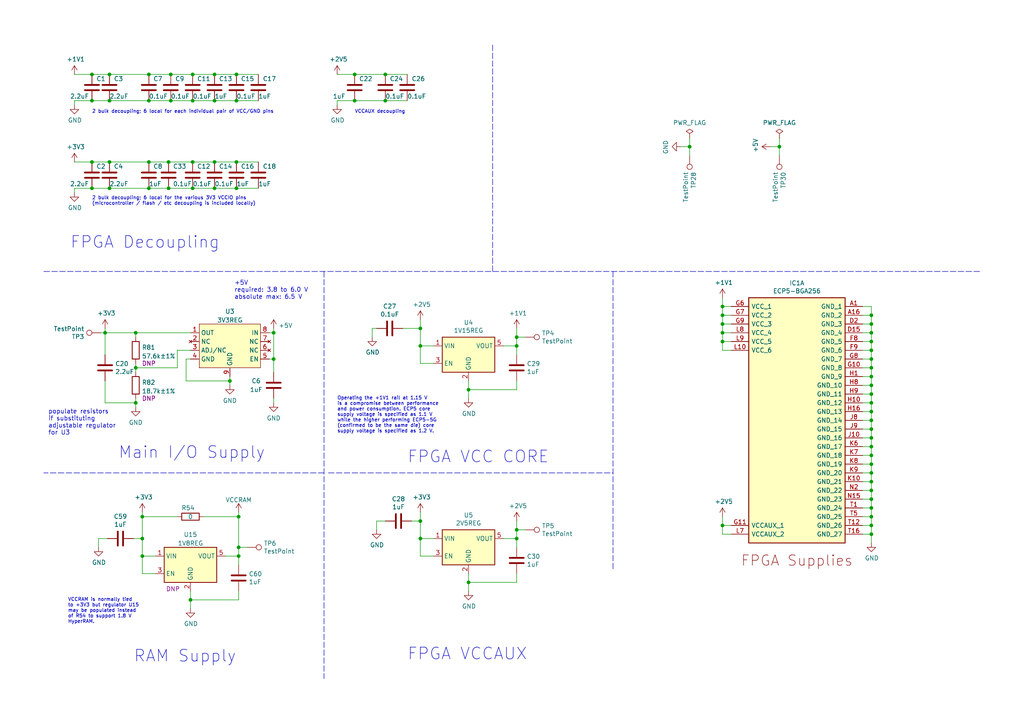
<source format=kicad_sch>
(kicad_sch (version 20211123) (generator eeschema)
  (paper "A4")
  (title_block (title "Cynthion") (date "${DATE}") (rev "${VERSION}") (company "Copyright 2019-2023 Great Scott Gadgets") (comment 1 "Licensed under the CERN-OHL-P v2"))
  (junction (at 68.58 29.21))
  (junction (at 39.37 96.52))
  (junction (at 252.73 114.3))
  (junction (at 209.55 96.52))
  (junction (at 226.06 42.545))
  (junction (at 252.73 154.94))
  (junction (at 68.58 21.59))
  (junction (at 62.23 21.59))
  (junction (at 69.215 158.75))
  (junction (at 252.73 147.32))
  (junction (at 209.55 99.06))
  (junction (at 252.73 106.68))
  (junction (at 252.73 139.7))
  (junction (at 26.67 21.59))
  (junction (at 62.23 54.61))
  (junction (at 252.73 124.46))
  (junction (at 209.55 152.4))
  (junction (at 26.67 54.61))
  (junction (at 209.55 88.9))
  (junction (at 43.18 21.59))
  (junction (at 252.73 142.24))
  (junction (at 31.75 29.21))
  (junction (at 49.53 29.21))
  (junction (at 252.73 129.54))
  (junction (at 69.215 149.86))
  (junction (at 26.67 46.99))
  (junction (at 252.73 104.14))
  (junction (at 252.73 132.08))
  (junction (at 252.73 91.44))
  (junction (at 55.88 54.61))
  (junction (at 41.275 156.21))
  (junction (at 135.89 113.03))
  (junction (at 252.73 144.78))
  (junction (at 121.92 100.33))
  (junction (at 41.275 161.29))
  (junction (at 55.88 21.59))
  (junction (at 43.18 54.61))
  (junction (at 48.895 46.99))
  (junction (at 209.55 93.98))
  (junction (at 48.895 54.61))
  (junction (at 68.58 46.99))
  (junction (at 252.73 96.52))
  (junction (at 149.86 156.21))
  (junction (at 252.73 137.16))
  (junction (at 43.18 46.99))
  (junction (at 121.92 151.13))
  (junction (at 49.53 21.59))
  (junction (at 55.88 29.21))
  (junction (at 252.73 99.06))
  (junction (at 252.73 116.84))
  (junction (at 252.73 119.38))
  (junction (at 252.73 149.86))
  (junction (at 55.245 173.99))
  (junction (at 121.92 95.25))
  (junction (at 55.88 46.99))
  (junction (at 31.75 46.99))
  (junction (at 66.675 110.49))
  (junction (at 68.58 54.61))
  (junction (at 41.275 149.86))
  (junction (at 149.86 97.79))
  (junction (at 30.48 96.52))
  (junction (at 252.73 127))
  (junction (at 252.73 152.4))
  (junction (at 252.73 111.76))
  (junction (at 149.86 153.67))
  (junction (at 111.76 29.21))
  (junction (at 79.375 104.14))
  (junction (at 39.37 106.68))
  (junction (at 62.23 46.99))
  (junction (at 149.86 100.33))
  (junction (at 111.76 21.59))
  (junction (at 252.73 121.92))
  (junction (at 69.215 161.29))
  (junction (at 26.67 29.21))
  (junction (at 102.87 21.59))
  (junction (at 200.025 42.545))
  (junction (at 79.375 96.52))
  (junction (at 43.18 29.21))
  (junction (at 252.73 109.22))
  (junction (at 102.87 29.21))
  (junction (at 252.73 93.98))
  (junction (at 39.37 116.84))
  (junction (at 252.73 101.6))
  (junction (at 252.73 134.62))
  (junction (at 121.92 156.21))
  (junction (at 62.23 29.21))
  (junction (at 31.75 54.61))
  (junction (at 31.75 21.59))
  (junction (at 135.89 168.91))
  (junction (at 209.55 91.44))
  (wire (pts (xy 38.735 156.21) (xy 41.275 156.21)))
  (wire (pts (xy 250.19 127) (xy 252.73 127)))
  (wire (pts (xy 149.86 97.79) (xy 152.4 97.79)))
  (wire (pts (xy 55.245 104.14) (xy 53.975 104.14)))
  (wire (pts (xy 250.19 137.16) (xy 252.73 137.16)))
  (wire (pts (xy 53.975 110.49) (xy 66.675 110.49)))
  (wire (pts (xy 45.085 161.29) (xy 41.275 161.29)))
  (wire (pts (xy 30.48 96.52) (xy 30.48 102.87)))
  (wire (pts (xy 121.92 156.21) (xy 121.92 161.29)))
  (wire (pts (xy 209.55 101.6) (xy 212.09 101.6)))
  (wire (pts (xy 68.58 29.21) (xy 62.23 29.21)))
  (wire (pts (xy 43.18 46.99) (xy 48.895 46.99)))
  (wire (pts (xy 209.55 91.44) (xy 209.55 93.98)))
  (wire (pts (xy 252.73 119.38) (xy 252.73 121.92)))
  (wire (pts (xy 212.09 96.52) (xy 209.55 96.52)))
  (wire (pts (xy 209.55 99.06) (xy 209.55 101.6)))
  (wire (pts (xy 39.37 116.84) (xy 39.37 118.11)))
  (wire (pts (xy 39.37 106.68) (xy 51.435 106.68)))
  (wire (pts (xy 69.215 173.99) (xy 55.245 173.99)))
  (wire (pts (xy 226.06 45.085) (xy 226.06 42.545)))
  (wire (pts (xy 68.58 46.99) (xy 74.93 46.99)))
  (wire (pts (xy 252.73 124.46) (xy 252.73 127)))
  (wire (pts (xy 31.75 54.61) (xy 26.67 54.61)))
  (wire (pts (xy 252.73 106.68) (xy 252.73 109.22)))
  (wire (pts (xy 250.19 134.62) (xy 252.73 134.62)))
  (wire (pts (xy 79.375 104.14) (xy 79.375 96.52)))
  (wire (pts (xy 250.19 111.76) (xy 252.73 111.76)))
  (wire (pts (xy 252.73 147.32) (xy 252.73 149.86)))
  (wire (pts (xy 79.375 115.57) (xy 79.375 116.84)))
  (wire (pts (xy 121.92 105.41) (xy 125.73 105.41)))
  (wire (pts (xy 109.22 153.67) (xy 109.22 151.13)))
  (wire (pts (xy 250.19 114.3) (xy 252.73 114.3)))
  (wire (pts (xy 69.215 158.75) (xy 69.215 161.29)))
  (wire (pts (xy 209.55 149.86) (xy 209.55 152.4)))
  (wire (pts (xy 149.86 95.25) (xy 149.86 97.79)))
  (wire (pts (xy 252.73 101.6) (xy 252.73 104.14)))
  (wire (pts (xy 252.73 149.86) (xy 252.73 152.4)))
  (wire (pts (xy 31.75 46.99) (xy 43.18 46.99)))
  (wire (pts (xy 149.86 153.67) (xy 149.86 156.21)))
  (wire (pts (xy 212.09 99.06) (xy 209.55 99.06)))
  (wire (pts (xy 31.75 54.61) (xy 43.18 54.61)))
  (wire (pts (xy 121.92 151.13) (xy 121.92 156.21)))
  (wire (pts (xy 107.95 97.79) (xy 107.95 95.25)))
  (wire (pts (xy 250.19 119.38) (xy 252.73 119.38)))
  (polyline (pts (xy 93.98 78.74) (xy 93.98 196.85)))
  (wire (pts (xy 102.87 29.21) (xy 97.79 29.21)))
  (wire (pts (xy 41.275 156.21) (xy 41.275 161.29)))
  (wire (pts (xy 62.23 21.59) (xy 68.58 21.59)))
  (wire (pts (xy 252.73 142.24) (xy 252.73 144.78)))
  (wire (pts (xy 212.09 152.4) (xy 209.55 152.4)))
  (wire (pts (xy 212.09 91.44) (xy 209.55 91.44)))
  (wire (pts (xy 97.79 29.21) (xy 97.79 30.48)))
  (wire (pts (xy 200.025 42.545) (xy 200.025 40.005)))
  (wire (pts (xy 68.58 54.61) (xy 62.23 54.61)))
  (wire (pts (xy 252.73 99.06) (xy 252.73 101.6)))
  (wire (pts (xy 250.19 142.24) (xy 252.73 142.24)))
  (wire (pts (xy 41.275 148.59) (xy 41.275 149.86)))
  (wire (pts (xy 250.19 116.84) (xy 252.73 116.84)))
  (wire (pts (xy 250.19 99.06) (xy 252.73 99.06)))
  (wire (pts (xy 146.05 156.21) (xy 149.86 156.21)))
  (wire (pts (xy 252.73 139.7) (xy 252.73 142.24)))
  (wire (pts (xy 250.19 124.46) (xy 252.73 124.46)))
  (wire (pts (xy 116.84 95.25) (xy 121.92 95.25)))
  (wire (pts (xy 39.37 105.41) (xy 39.37 106.68)))
  (wire (pts (xy 111.76 21.59) (xy 118.11 21.59)))
  (wire (pts (xy 53.975 104.14) (xy 53.975 110.49)))
  (wire (pts (xy 66.675 110.49) (xy 66.675 111.76)))
  (wire (pts (xy 250.19 139.7) (xy 252.73 139.7)))
  (wire (pts (xy 252.73 109.22) (xy 252.73 111.76)))
  (wire (pts (xy 252.73 129.54) (xy 252.73 132.08)))
  (wire (pts (xy 250.19 144.78) (xy 252.73 144.78)))
  (polyline (pts (xy 12.7 78.74) (xy 284.48 78.74)))
  (wire (pts (xy 252.73 144.78) (xy 252.73 147.32)))
  (wire (pts (xy 39.37 96.52) (xy 55.245 96.52)))
  (wire (pts (xy 62.23 29.21) (xy 55.88 29.21)))
  (wire (pts (xy 121.92 100.33) (xy 121.92 105.41)))
  (wire (pts (xy 209.55 154.94) (xy 209.55 152.4)))
  (wire (pts (xy 43.18 54.61) (xy 48.895 54.61)))
  (wire (pts (xy 226.06 42.545) (xy 226.06 40.005)))
  (wire (pts (xy 149.86 168.91) (xy 135.89 168.91)))
  (wire (pts (xy 62.23 46.99) (xy 68.58 46.99)))
  (wire (pts (xy 250.19 96.52) (xy 252.73 96.52)))
  (wire (pts (xy 51.435 106.68) (xy 51.435 101.6)))
  (wire (pts (xy 252.73 152.4) (xy 252.73 154.94)))
  (wire (pts (xy 135.89 110.49) (xy 135.89 113.03)))
  (wire (pts (xy 102.87 29.21) (xy 111.76 29.21)))
  (polyline (pts (xy 95.25 137.16) (xy 177.8 137.16)))
  (wire (pts (xy 250.19 149.86) (xy 252.73 149.86)))
  (wire (pts (xy 69.215 148.59) (xy 69.215 149.86)))
  (wire (pts (xy 28.575 158.75) (xy 28.575 156.21)))
  (wire (pts (xy 69.215 149.86) (xy 69.215 158.75)))
  (wire (pts (xy 31.75 21.59) (xy 43.18 21.59)))
  (wire (pts (xy 252.73 93.98) (xy 252.73 96.52)))
  (wire (pts (xy 212.09 154.94) (xy 209.55 154.94)))
  (polyline (pts (xy 93.98 137.16) (xy 12.7 137.16)))
  (wire (pts (xy 135.89 168.91) (xy 135.89 171.45)))
  (wire (pts (xy 250.19 129.54) (xy 252.73 129.54)))
  (wire (pts (xy 43.18 21.59) (xy 49.53 21.59)))
  (wire (pts (xy 31.75 29.21) (xy 26.67 29.21)))
  (wire (pts (xy 79.375 96.52) (xy 78.105 96.52)))
  (wire (pts (xy 209.55 96.52) (xy 209.55 99.06)))
  (wire (pts (xy 149.86 166.37) (xy 149.86 168.91)))
  (polyline (pts (xy 142.875 78.74) (xy 142.875 12.7)))
  (wire (pts (xy 125.73 100.33) (xy 121.92 100.33)))
  (wire (pts (xy 41.275 149.86) (xy 51.435 149.86)))
  (wire (pts (xy 39.37 106.68) (xy 39.37 107.95)))
  (wire (pts (xy 59.055 149.86) (xy 69.215 149.86)))
  (wire (pts (xy 250.19 106.68) (xy 252.73 106.68)))
  (wire (pts (xy 125.73 156.21) (xy 121.92 156.21)))
  (wire (pts (xy 31.75 29.21) (xy 43.18 29.21)))
  (wire (pts (xy 121.92 161.29) (xy 125.73 161.29)))
  (wire (pts (xy 135.89 113.03) (xy 135.89 115.57)))
  (wire (pts (xy 252.73 121.92) (xy 252.73 124.46)))
  (polyline (pts (xy 177.8 78.74) (xy 177.8 165.1)))
  (wire (pts (xy 252.73 114.3) (xy 252.73 116.84)))
  (wire (pts (xy 119.38 151.13) (xy 121.92 151.13)))
  (wire (pts (xy 149.86 158.75) (xy 149.86 156.21)))
  (wire (pts (xy 252.73 132.08) (xy 252.73 134.62)))
  (wire (pts (xy 30.48 96.52) (xy 39.37 96.52)))
  (wire (pts (xy 250.19 147.32) (xy 252.73 147.32)))
  (wire (pts (xy 252.73 137.16) (xy 252.73 139.7)))
  (wire (pts (xy 252.73 134.62) (xy 252.73 137.16)))
  (wire (pts (xy 26.67 29.21) (xy 21.59 29.21)))
  (wire (pts (xy 212.09 88.9) (xy 209.55 88.9)))
  (wire (pts (xy 21.59 21.59) (xy 26.67 21.59)))
  (wire (pts (xy 21.59 46.99) (xy 26.67 46.99)))
  (wire (pts (xy 252.73 127) (xy 252.73 129.54)))
  (wire (pts (xy 69.215 171.45) (xy 69.215 173.99)))
  (wire (pts (xy 250.19 121.92) (xy 252.73 121.92)))
  (wire (pts (xy 149.86 97.79) (xy 149.86 100.33)))
  (wire (pts (xy 121.92 95.25) (xy 121.92 100.33)))
  (wire (pts (xy 39.37 116.84) (xy 39.37 115.57)))
  (wire (pts (xy 109.22 151.13) (xy 111.76 151.13)))
  (wire (pts (xy 55.88 29.21) (xy 49.53 29.21)))
  (wire (pts (xy 71.755 158.75) (xy 69.215 158.75)))
  (wire (pts (xy 48.895 54.61) (xy 55.88 54.61)))
  (wire (pts (xy 252.73 104.14) (xy 252.73 106.68)))
  (wire (pts (xy 26.67 54.61) (xy 21.59 54.61)))
  (wire (pts (xy 149.86 113.03) (xy 135.89 113.03)))
  (wire (pts (xy 209.55 88.9) (xy 209.55 91.44)))
  (wire (pts (xy 121.92 92.71) (xy 121.92 95.25)))
  (wire (pts (xy 118.11 29.21) (xy 111.76 29.21)))
  (wire (pts (xy 250.19 109.22) (xy 252.73 109.22)))
  (wire (pts (xy 197.485 42.545) (xy 200.025 42.545)))
  (wire (pts (xy 49.53 29.21) (xy 43.18 29.21)))
  (wire (pts (xy 41.275 149.86) (xy 41.275 156.21)))
  (wire (pts (xy 212.09 93.98) (xy 209.55 93.98)))
  (wire (pts (xy 135.89 166.37) (xy 135.89 168.91)))
  (wire (pts (xy 55.88 21.59) (xy 62.23 21.59)))
  (wire (pts (xy 121.92 148.59) (xy 121.92 151.13)))
  (wire (pts (xy 209.55 93.98) (xy 209.55 96.52)))
  (wire (pts (xy 55.245 173.99) (xy 55.245 176.53)))
  (wire (pts (xy 41.275 166.37) (xy 45.085 166.37)))
  (wire (pts (xy 250.19 152.4) (xy 252.73 152.4)))
  (wire (pts (xy 252.73 91.44) (xy 252.73 93.98)))
  (wire (pts (xy 97.79 21.59) (xy 102.87 21.59)))
  (wire (pts (xy 55.245 171.45) (xy 55.245 173.99)))
  (wire (pts (xy 252.73 96.52) (xy 252.73 99.06)))
  (wire (pts (xy 21.59 29.21) (xy 21.59 30.48)))
  (wire (pts (xy 62.23 54.61) (xy 55.88 54.61)))
  (wire (pts (xy 250.19 91.44) (xy 252.73 91.44)))
  (wire (pts (xy 30.48 116.84) (xy 30.48 110.49)))
  (wire (pts (xy 68.58 21.59) (xy 74.93 21.59)))
  (wire (pts (xy 209.55 86.36) (xy 209.55 88.9)))
  (wire (pts (xy 200.025 45.085) (xy 200.025 42.545)))
  (wire (pts (xy 250.19 104.14) (xy 252.73 104.14)))
  (wire (pts (xy 252.73 88.9) (xy 252.73 91.44)))
  (wire (pts (xy 107.95 95.25) (xy 109.22 95.25)))
  (wire (pts (xy 49.53 21.59) (xy 55.88 21.59)))
  (wire (pts (xy 146.05 100.33) (xy 149.86 100.33)))
  (wire (pts (xy 55.88 46.99) (xy 62.23 46.99)))
  (wire (pts (xy 78.105 104.14) (xy 79.375 104.14)))
  (wire (pts (xy 102.87 21.59) (xy 111.76 21.59)))
  (wire (pts (xy 65.405 161.29) (xy 69.215 161.29)))
  (wire (pts (xy 250.19 88.9) (xy 252.73 88.9)))
  (wire (pts (xy 30.48 96.52) (xy 30.48 95.25)))
  (wire (pts (xy 41.275 161.29) (xy 41.275 166.37)))
  (wire (pts (xy 152.4 153.67) (xy 149.86 153.67)))
  (wire (pts (xy 250.19 101.6) (xy 252.73 101.6)))
  (wire (pts (xy 250.19 93.98) (xy 252.73 93.98)))
  (wire (pts (xy 149.86 100.33) (xy 149.86 102.87)))
  (wire (pts (xy 39.37 97.79) (xy 39.37 96.52)))
  (wire (pts (xy 250.19 154.94) (xy 252.73 154.94)))
  (wire (pts (xy 223.52 42.545) (xy 226.06 42.545)))
  (wire (pts (xy 69.215 163.83) (xy 69.215 161.29)))
  (wire (pts (xy 79.375 95.25) (xy 79.375 96.52)))
  (wire (pts (xy 28.575 156.21) (xy 31.115 156.21)))
  (wire (pts (xy 21.59 54.61) (xy 21.59 55.88)))
  (wire (pts (xy 149.86 151.13) (xy 149.86 153.67)))
  (wire (pts (xy 26.67 46.99) (xy 31.75 46.99)))
  (wire (pts (xy 66.675 109.22) (xy 66.675 110.49)))
  (wire (pts (xy 252.73 111.76) (xy 252.73 114.3)))
  (wire (pts (xy 74.93 29.21) (xy 68.58 29.21)))
  (wire (pts (xy 30.48 96.52) (xy 29.21 96.52)))
  (wire (pts (xy 79.375 107.95) (xy 79.375 104.14)))
  (wire (pts (xy 30.48 116.84) (xy 39.37 116.84)))
  (wire (pts (xy 51.435 101.6) (xy 55.245 101.6)))
  (wire (pts (xy 26.67 21.59) (xy 31.75 21.59)))
  (wire (pts (xy 252.73 116.84) (xy 252.73 119.38)))
  (wire (pts (xy 74.93 54.61) (xy 68.58 54.61)))
  (wire (pts (xy 149.86 110.49) (xy 149.86 113.03)))
  (wire (pts (xy 250.19 132.08) (xy 252.73 132.08)))
  (wire (pts (xy 48.895 46.99) (xy 55.88 46.99)))
  (wire (pts (xy 252.73 154.94) (xy 252.73 157.48)))
  (text "2 bulk decoupling; 6 local for the various 3V3 VCCIO pins\n(microcontroller / flash / etc decoupling is included locally)" (at 26.67 59.69 0) (effects (font (size 0.9906 0.9906)) (justify left bottom)))
  (text "FPGA VCC CORE" (at 118.11 134.62 0) (effects (font (size 3.4036 3.4036)) (justify left bottom)))
  (text "FPGA Decoupling" (at 20.32 72.39 0) (effects (font (size 3.4036 3.4036)) (justify left bottom)))
  (text "2 bulk decoupling; 6 local for each individual pair of VCC/GND pins" (at 26.67 33.02 0) (effects (font (size 0.9906 0.9906)) (justify left bottom)))
  (text "+5V\nrequired: 3.8 to 6.0 V\nabsolute max: 6.5 V" (at 67.945 86.995 0) (effects (font (size 1.27 1.27)) (justify left bottom)))
  (text "VCCRAM is normally tied\nto +3V3 but regulator U15\nmay be populated instead\nof R54 to support 1.8 V\nHyperRAM." (at 19.685 180.975 0) (effects (font (size 0.9906 0.9906)) (justify left bottom)))
  (text "VCCAUX decoupling" (at 102.87 33.02 0) (effects (font (size 0.9906 0.9906)) (justify left bottom)))
  (text "FPGA VCCAUX" (at 118.11 191.77 0) (effects (font (size 3.4036 3.4036)) (justify left bottom)))
  (text "Main I/O Supply" (at 34.29 133.35 0) (effects (font (size 3.4036 3.4036)) (justify left bottom)))
  (text "populate resistors\nif substituting\nadjustable regulator\nfor U3" (at 13.97 126.365 0) (effects (font (size 1.27 1.27)) (justify left bottom)))
  (text "RAM Supply" (at 38.735 192.405 0) (effects (font (size 3.4036 3.4036)) (justify left bottom)))
  (text "Operating the +1V1 rail at 1.15 V\nis a compromise between performance\nand power consumption. ECP5 core\nsupply voltage is specified as 1.1 V\nwhile the higher performing ECP5-5G\n(confirmed to be the same die) core\nsupply voltage is specified as 1.2 V.\n" (at 97.79 125.73 0) (effects (font (size 0.9906 0.9906)) (justify left bottom)))
  (symbol (lib_id "fpgas_and_processors:ECP5-BGA256") (at 212.09 86.36 0) (unit 1)
    (property "Reference" "IC1" (at 231.14 82.0928 0))
    (property "Value" "ECP5-BGA256" (at 231.14 84.4042 0))
    (property "Footprint" "luna:lattice_cabga256" (effects hide))
    (property "Description" "FPGA - Field Programmable Gate Array ECP5; 12k LUTs; 1.1V" (effects hide))
    (property "Manufacturer" "Lattice" (effects hide))
    (property "Part Number" "LFE5U-12F-6BG256C" (effects hide))
    (property "Substitution" "LFE5U-12F-*BG256*, LFE5U-25F-*BG256*" (effects hide))
  )
  (symbol (lib_id "power:GND") (at 252.73 157.48 0) (unit 1)
    (property "Reference" "#PWR038" (effects hide))
    (property "Value" "GND" (at 252.857 161.8742 0))
  )
  (symbol (lib_id "power:+2V5") (at 209.55 149.86 0) (unit 1)
    (property "Reference" "#PWR037" (effects hide))
    (property "Value" "+2V5" (at 209.931 145.4658 0))
  )
  (symbol (lib_id "power:+1V1") (at 209.55 86.36 0) (unit 1)
    (property "Reference" "#PWR036" (effects hide))
    (property "Value" "+1V1" (at 209.931 81.9658 0))
  )
  (symbol (lib_id "power:+3V3") (at 121.92 148.59 0) (unit 1)
    (property "Reference" "#PWR031" (effects hide))
    (property "Value" "+3V3" (at 122.301 144.1958 0))
  )
  (symbol (lib_id "power:GND") (at 135.89 171.45 0) (unit 1)
    (property "Reference" "#PWR033" (effects hide))
    (property "Value" "GND" (at 136.017 175.8442 0))
  )
  (symbol (lib_id "Device:C") (at 115.57 151.13 270) (unit 1)
    (property "Reference" "C28" (at 115.57 144.7292 90))
    (property "Value" "1uF" (at 115.57 147.0406 90))
    (property "Footprint" "Capacitor_SMD:C_0402_1005Metric" (effects hide))
    (property "Part Number" "CL05A105MQ5NNNC" (effects hide))
    (property "Substitution" "CL05A105KQ5NNNC, CL05A105KP5NNNC, CL05A105KO5NNNC" (effects hide))
    (property "Description" "CAP CER 1UF 6.3V X5R 0402 20%" (effects hide))
    (property "Manufacturer" "Samsung" (effects hide))
  )
  (symbol (lib_id "power:GND") (at 109.22 153.67 0) (unit 1)
    (property "Reference" "#PWR029" (effects hide))
    (property "Value" "GND" (at 109.347 158.0642 0))
  )
  (symbol (lib_id "Device:C") (at 149.86 162.56 0) (unit 1)
    (property "Reference" "C30" (at 152.781 161.3916 0) (effects (justify left)))
    (property "Value" "1uF" (at 152.781 163.703 0) (effects (justify left)))
    (property "Footprint" "Capacitor_SMD:C_0402_1005Metric" (effects hide))
    (property "Part Number" "CL05A105MQ5NNNC" (effects hide))
    (property "Substitution" "CL05A105KQ5NNNC, CL05A105KP5NNNC, CL05A105KO5NNNC" (effects hide))
    (property "Description" "CAP CER 1UF 6.3V X5R 0402 20%" (effects hide))
    (property "Manufacturer" "Samsung" (effects hide))
  )
  (symbol (lib_id "Regulator_Linear:MIC5504-2.5YM5") (at 135.89 158.75 0) (unit 1)
    (property "Reference" "U5" (at 135.89 149.4282 0))
    (property "Value" "2V5REG" (at 135.89 151.7396 0))
    (property "Footprint" "Package_TO_SOT_SMD:SOT-23-5" (effects hide))
    (property "Datasheet" "http://ww1.microchip.com/downloads/en/DeviceDoc/MIC550X.pdf" (effects hide))
    (property "Description" "IC REG LINEAR 2.5V 300MA SOT23-5" (effects hide))
    (property "Manufacturer" "Microchip" (effects hide))
    (property "Part Number" "MIC5504-2.5YM5-TR" (effects hide))
  )
  (symbol (lib_id "power:+2V5") (at 149.86 151.13 0) (unit 1)
    (property "Reference" "#PWR035" (effects hide))
    (property "Value" "+2V5" (at 150.241 146.7358 0))
  )
  (symbol (lib_id "Device:C") (at 30.48 106.68 0) (unit 1)
    (property "Reference" "C20" (at 33.401 105.5116 0) (effects (justify left)))
    (property "Value" "2.2uF" (at 33.401 107.823 0) (effects (justify left)))
    (property "Footprint" "Capacitor_SMD:C_0603_1608Metric" (effects hide))
    (property "Description" "CAP CER 2.2UF 10V X5R 0603" (effects hide))
    (property "Manufacturer" "Samsung" (effects hide))
    (property "Part Number" "CL10A225KP8NNNC" (effects hide))
    (property "Substitution" "any equivalent" (effects hide))
  )
  (symbol (lib_id "power:+3V3") (at 30.48 95.25 0) (unit 1)
    (property "Reference" "#PWR023" (effects hide))
    (property "Value" "+3V3" (at 30.861 90.8558 0))
  )
  (symbol (lib_id "power:GND") (at 135.89 115.57 0) (unit 1)
    (property "Reference" "#PWR032" (effects hide))
    (property "Value" "GND" (at 136.017 119.9642 0))
  )
  (symbol (lib_id "Device:C") (at 113.03 95.25 270) (unit 1)
    (property "Reference" "C27" (at 113.03 88.8492 90))
    (property "Value" "0.1uF" (at 113.03 91.1606 90))
    (property "Footprint" "Capacitor_SMD:C_0402_1005Metric" (effects hide))
    (property "Part Number" "CL05A104KA5NNNC" (effects hide))
    (property "Substitution" "any equivalent" (effects hide))
    (property "Description" "CAP CER 0.1UF 25V X5R 0402" (effects hide))
    (property "Manufacturer" "Samsung" (effects hide))
  )
  (symbol (lib_id "power:GND") (at 107.95 97.79 0) (unit 1)
    (property "Reference" "#PWR028" (effects hide))
    (property "Value" "GND" (at 108.077 102.1842 0))
  )
  (symbol (lib_id "Device:C") (at 149.86 106.68 0) (unit 1)
    (property "Reference" "C29" (at 152.781 105.5116 0) (effects (justify left)))
    (property "Value" "1uF" (at 152.781 107.823 0) (effects (justify left)))
    (property "Footprint" "Capacitor_SMD:C_0402_1005Metric" (effects hide))
    (property "Part Number" "CL05A105MQ5NNNC" (effects hide))
    (property "Substitution" "CL05A105KQ5NNNC, CL05A105KP5NNNC, CL05A105KO5NNNC" (effects hide))
    (property "Description" "CAP CER 1UF 6.3V X5R 0402 20%" (effects hide))
    (property "Manufacturer" "Samsung" (effects hide))
  )
  (symbol (lib_id "power:+2V5") (at 121.92 92.71 0) (unit 1)
    (property "Reference" "#PWR030" (effects hide))
    (property "Value" "+2V5" (at 122.301 88.3158 0))
  )
  (symbol (lib_id "power:+1V1") (at 149.86 95.25 0) (unit 1)
    (property "Reference" "#PWR034" (effects hide))
    (property "Value" "+1V1" (at 150.241 90.8558 0))
  )
  (symbol (lib_id "Device:C") (at 43.18 25.4 0) (unit 1)
    (property "Reference" "C7" (at 44.45 22.86 0) (effects (justify left)))
    (property "Value" "0.1uF" (at 43.18 27.94 0) (effects (justify left)))
    (property "Footprint" "Capacitor_SMD:C_0402_1005Metric" (effects hide))
    (property "Part Number" "CL05A104KA5NNNC" (effects hide))
    (property "Substitution" "any equivalent" (effects hide))
    (property "Description" "CAP CER 0.1UF 25V X5R 0402" (effects hide))
    (property "Manufacturer" "Samsung" (effects hide))
  )
  (symbol (lib_id "Device:C") (at 49.53 25.4 0) (unit 1)
    (property "Reference" "C9" (at 50.8 22.86 0) (effects (justify left)))
    (property "Value" "0.1uF" (at 49.53 27.94 0) (effects (justify left)))
    (property "Footprint" "Capacitor_SMD:C_0402_1005Metric" (effects hide))
    (property "Part Number" "CL05A104KA5NNNC" (effects hide))
    (property "Substitution" "any equivalent" (effects hide))
    (property "Description" "CAP CER 0.1UF 25V X5R 0402" (effects hide))
    (property "Manufacturer" "Samsung" (effects hide))
  )
  (symbol (lib_id "Device:C") (at 55.88 25.4 0) (unit 1)
    (property "Reference" "C11" (at 57.15 22.86 0) (effects (justify left)))
    (property "Value" "0.1uF" (at 55.88 27.94 0) (effects (justify left)))
    (property "Footprint" "Capacitor_SMD:C_0402_1005Metric" (effects hide))
    (property "Part Number" "CL05A104KA5NNNC" (effects hide))
    (property "Substitution" "any equivalent" (effects hide))
    (property "Description" "CAP CER 0.1UF 25V X5R 0402" (effects hide))
    (property "Manufacturer" "Samsung" (effects hide))
  )
  (symbol (lib_id "Device:C") (at 62.23 25.4 0) (unit 1)
    (property "Reference" "C13" (at 63.5 22.86 0) (effects (justify left)))
    (property "Value" "1uF" (at 62.23 27.94 0) (effects (justify left)))
    (property "Footprint" "Capacitor_SMD:C_0402_1005Metric" (effects hide))
    (property "Part Number" "CL05A105MQ5NNNC" (effects hide))
    (property "Substitution" "CL05A105KQ5NNNC, CL05A105KP5NNNC, CL05A105KO5NNNC" (effects hide))
    (property "Description" "CAP CER 1UF 6.3V X5R 0402 20%" (effects hide))
    (property "Manufacturer" "Samsung" (effects hide))
  )
  (symbol (lib_id "Device:C") (at 68.58 25.4 0) (unit 1)
    (property "Reference" "C15" (at 69.85 22.86 0) (effects (justify left)))
    (property "Value" "0.1uF" (at 68.58 27.94 0) (effects (justify left)))
    (property "Footprint" "Capacitor_SMD:C_0402_1005Metric" (effects hide))
    (property "Part Number" "CL05A104KA5NNNC" (effects hide))
    (property "Substitution" "any equivalent" (effects hide))
    (property "Description" "CAP CER 0.1UF 25V X5R 0402" (effects hide))
    (property "Manufacturer" "Samsung" (effects hide))
  )
  (symbol (lib_id "Device:C") (at 74.93 25.4 0) (unit 1)
    (property "Reference" "C17" (at 76.2 22.86 0) (effects (justify left)))
    (property "Value" "1uF" (at 74.93 27.94 0) (effects (justify left)))
    (property "Footprint" "Capacitor_SMD:C_0402_1005Metric" (effects hide))
    (property "Part Number" "CL05A105MQ5NNNC" (effects hide))
    (property "Substitution" "CL05A105KQ5NNNC, CL05A105KP5NNNC, CL05A105KO5NNNC" (effects hide))
    (property "Description" "CAP CER 1UF 6.3V X5R 0402 20%" (effects hide))
    (property "Manufacturer" "Samsung" (effects hide))
  )
  (symbol (lib_id "Device:C") (at 31.75 25.4 0) (unit 1)
    (property "Reference" "C3" (at 33.02 22.86 0) (effects (justify left)))
    (property "Value" "2.2uF" (at 31.75 27.94 0) (effects (justify left)))
    (property "Footprint" "Capacitor_SMD:C_0603_1608Metric" (effects hide))
    (property "Description" "CAP CER 2.2UF 10V X5R 0603" (effects hide))
    (property "Manufacturer" "Samsung" (effects hide))
    (property "Part Number" "CL10A225KP8NNNC" (effects hide))
    (property "Substitution" "any equivalent" (effects hide))
  )
  (symbol (lib_id "Device:C") (at 26.67 25.4 0) (unit 1)
    (property "Reference" "C1" (at 27.94 22.86 0) (effects (justify left)))
    (property "Value" "2.2uF" (at 20.32 27.94 0) (effects (justify left)))
    (property "Footprint" "Capacitor_SMD:C_0603_1608Metric" (effects hide))
    (property "Description" "CAP CER 2.2UF 10V X5R 0603" (effects hide))
    (property "Manufacturer" "Samsung" (effects hide))
    (property "Part Number" "CL10A225KP8NNNC" (effects hide))
    (property "Substitution" "any equivalent" (effects hide))
  )
  (symbol (lib_id "power:+1V1") (at 21.59 21.59 0) (unit 1)
    (property "Reference" "#PWR012" (effects hide))
    (property "Value" "+1V1" (at 21.971 17.1958 0))
  )
  (symbol (lib_id "power:GND") (at 21.59 30.48 0) (unit 1)
    (property "Reference" "#PWR013" (effects hide))
    (property "Value" "GND" (at 21.717 34.8742 0))
  )
  (symbol (lib_id "Device:C") (at 43.18 50.8 0) (unit 1)
    (property "Reference" "C8" (at 44.45 48.26 0) (effects (justify left)))
    (property "Value" "1uF" (at 43.18 53.34 0) (effects (justify left)))
    (property "Footprint" "Capacitor_SMD:C_0402_1005Metric" (effects hide))
    (property "Part Number" "CL05A105MQ5NNNC" (effects hide))
    (property "Substitution" "CL05A105KQ5NNNC, CL05A105KP5NNNC, CL05A105KO5NNNC" (effects hide))
    (property "Description" "CAP CER 1UF 6.3V X5R 0402 20%" (effects hide))
    (property "Manufacturer" "Samsung" (effects hide))
  )
  (symbol (lib_id "Device:C") (at 55.88 50.8 0) (unit 1)
    (property "Reference" "C12" (at 57.15 48.26 0) (effects (justify left)))
    (property "Value" "0.1uF" (at 55.88 53.34 0) (effects (justify left)))
    (property "Footprint" "Capacitor_SMD:C_0402_1005Metric" (effects hide))
    (property "Part Number" "CL05A104KA5NNNC" (effects hide))
    (property "Substitution" "any equivalent" (effects hide))
    (property "Description" "CAP CER 0.1UF 25V X5R 0402" (effects hide))
    (property "Manufacturer" "Samsung" (effects hide))
  )
  (symbol (lib_id "Device:C") (at 62.23 50.8 0) (unit 1)
    (property "Reference" "C14" (at 63.5 48.26 0) (effects (justify left)))
    (property "Value" "0.1uF" (at 62.23 53.34 0) (effects (justify left)))
    (property "Footprint" "Capacitor_SMD:C_0402_1005Metric" (effects hide))
    (property "Part Number" "CL05A104KA5NNNC" (effects hide))
    (property "Substitution" "any equivalent" (effects hide))
    (property "Description" "CAP CER 0.1UF 25V X5R 0402" (effects hide))
    (property "Manufacturer" "Samsung" (effects hide))
  )
  (symbol (lib_id "Device:C") (at 68.58 50.8 0) (unit 1)
    (property "Reference" "C16" (at 69.85 48.26 0) (effects (justify left)))
    (property "Value" "1uF" (at 68.58 53.34 0) (effects (justify left)))
    (property "Footprint" "Capacitor_SMD:C_0402_1005Metric" (effects hide))
    (property "Part Number" "CL05A105MQ5NNNC" (effects hide))
    (property "Substitution" "CL05A105KQ5NNNC, CL05A105KP5NNNC, CL05A105KO5NNNC" (effects hide))
    (property "Description" "CAP CER 1UF 6.3V X5R 0402 20%" (effects hide))
    (property "Manufacturer" "Samsung" (effects hide))
  )
  (symbol (lib_id "Device:C") (at 74.93 50.8 0) (unit 1)
    (property "Reference" "C18" (at 76.2 48.26 0) (effects (justify left)))
    (property "Value" "1uF" (at 74.93 53.34 0) (effects (justify left)))
    (property "Footprint" "Capacitor_SMD:C_0402_1005Metric" (effects hide))
    (property "Part Number" "CL05A105MQ5NNNC" (effects hide))
    (property "Substitution" "CL05A105KQ5NNNC, CL05A105KP5NNNC, CL05A105KO5NNNC" (effects hide))
    (property "Description" "CAP CER 1UF 6.3V X5R 0402 20%" (effects hide))
    (property "Manufacturer" "Samsung" (effects hide))
  )
  (symbol (lib_id "Device:C") (at 26.67 50.8 0) (unit 1)
    (property "Reference" "C2" (at 27.94 48.26 0) (effects (justify left)))
    (property "Value" "2.2uF" (at 20.32 53.34 0) (effects (justify left)))
    (property "Footprint" "Capacitor_SMD:C_0603_1608Metric" (effects hide))
    (property "Description" "CAP CER 2.2UF 10V X5R 0603" (effects hide))
    (property "Manufacturer" "Samsung" (effects hide))
    (property "Part Number" "CL10A225KP8NNNC" (effects hide))
    (property "Substitution" "any equivalent" (effects hide))
  )
  (symbol (lib_id "power:GND") (at 21.59 55.88 0) (unit 1)
    (property "Reference" "#PWR015" (effects hide))
    (property "Value" "GND" (at 21.717 60.2742 0))
  )
  (symbol (lib_id "Device:C") (at 31.75 50.8 0) (unit 1)
    (property "Reference" "C4" (at 33.02 48.26 0) (effects (justify left)))
    (property "Value" "2.2uF" (at 31.75 53.34 0) (effects (justify left)))
    (property "Footprint" "Capacitor_SMD:C_0603_1608Metric" (effects hide))
    (property "Description" "CAP CER 2.2UF 10V X5R 0603" (effects hide))
    (property "Manufacturer" "Samsung" (effects hide))
    (property "Part Number" "CL10A225KP8NNNC" (effects hide))
    (property "Substitution" "any equivalent" (effects hide))
  )
  (symbol (lib_id "power:+3V3") (at 21.59 46.99 0) (unit 1)
    (property "Reference" "#PWR014" (effects hide))
    (property "Value" "+3V3" (at 21.971 42.5958 0))
  )
  (symbol (lib_id "power:GND") (at 97.79 30.48 0) (unit 1)
    (property "Reference" "#PWR027" (effects hide))
    (property "Value" "GND" (at 97.917 34.8742 0))
  )
  (symbol (lib_id "Device:C") (at 102.87 25.4 0) (unit 1)
    (property "Reference" "C22" (at 104.14 22.86 0) (effects (justify left)))
    (property "Value" "1uF" (at 96.52 27.94 0) (effects (justify left)))
    (property "Footprint" "Capacitor_SMD:C_0402_1005Metric" (effects hide))
    (property "Part Number" "CL05A105MQ5NNNC" (effects hide))
    (property "Substitution" "CL05A105KQ5NNNC, CL05A105KP5NNNC, CL05A105KO5NNNC" (effects hide))
    (property "Description" "CAP CER 1UF 6.3V X5R 0402 20%" (effects hide))
    (property "Manufacturer" "Samsung" (effects hide))
  )
  (symbol (lib_id "Device:C") (at 118.11 25.4 0) (unit 1)
    (property "Reference" "C26" (at 119.38 22.86 0) (effects (justify left)))
    (property "Value" "0.1uF" (at 118.11 27.94 0) (effects (justify left)))
    (property "Footprint" "Capacitor_SMD:C_0402_1005Metric" (effects hide))
    (property "Part Number" "CL05A104KA5NNNC" (effects hide))
    (property "Substitution" "any equivalent" (effects hide))
    (property "Description" "CAP CER 0.1UF 25V X5R 0402" (effects hide))
    (property "Manufacturer" "Samsung" (effects hide))
  )
  (symbol (lib_id "Device:C") (at 111.76 25.4 0) (unit 1)
    (property "Reference" "C24" (at 113.03 22.86 0) (effects (justify left)))
    (property "Value" "0.1uF" (at 111.76 27.94 0) (effects (justify left)))
    (property "Footprint" "Capacitor_SMD:C_0402_1005Metric" (effects hide))
    (property "Part Number" "CL05A104KA5NNNC" (effects hide))
    (property "Substitution" "any equivalent" (effects hide))
    (property "Description" "CAP CER 0.1UF 25V X5R 0402" (effects hide))
    (property "Manufacturer" "Samsung" (effects hide))
  )
  (symbol (lib_id "power:+2V5") (at 97.79 21.59 0) (unit 1)
    (property "Reference" "#PWR026" (effects hide))
    (property "Value" "+2V5" (at 98.171 17.1958 0))
  )
  (symbol (lib_id "Connector:TestPoint") (at 29.21 96.52 90) (unit 1) (in_bom no)
    (property "Reference" "TP3" (at 24.4602 97.663 90) (effects (justify left)))
    (property "Value" "TestPoint" (at 24.4602 95.377 90) (effects (justify left)))
    (property "Footprint" "TestPoint:TestPoint_Pad_D1.0mm" (effects hide))
  )
  (symbol (lib_id "Connector:TestPoint") (at 152.4 97.79 270) (unit 1) (in_bom no)
    (property "Reference" "TP4" (at 157.1498 96.647 90) (effects (justify left)))
    (property "Value" "TestPoint" (at 157.1498 98.933 90) (effects (justify left)))
    (property "Footprint" "TestPoint:TestPoint_Pad_D1.0mm" (effects hide))
  )
  (symbol (lib_id "Connector:TestPoint") (at 152.4 153.67 270) (unit 1) (in_bom no)
    (property "Reference" "TP5" (at 157.1498 152.527 90) (effects (justify left)))
    (property "Value" "TestPoint" (at 157.1498 154.813 90) (effects (justify left)))
    (property "Footprint" "TestPoint:TestPoint_Pad_D1.0mm" (effects hide))
  )
  (symbol (lib_id "Device:C") (at 79.375 111.76 0) (mirror y) (unit 1)
    (property "Reference" "C6" (at 74.295 110.49 0))
    (property "Value" "1uF" (at 74.295 113.03 0))
    (property "Footprint" "Capacitor_SMD:C_0402_1005Metric" (effects hide))
    (property "Part Number" "CL05A105MQ5NNNC" (effects hide))
    (property "Substitution" "CL05A105KQ5NNNC, CL05A105KP5NNNC, CL05A105KO5NNNC" (effects hide))
    (property "Description" "CAP CER 1UF 6.3V X5R 0402 20%" (effects hide))
    (property "Manufacturer" "Samsung" (effects hide))
  )
  (symbol (lib_id "Regulator_Linear:MIC5504-1.8YM5") (at 135.89 102.87 0) (unit 1)
    (property "Reference" "U4" (at 135.89 93.5482 0))
    (property "Value" "1V15REG" (at 135.89 95.8596 0))
    (property "Footprint" "Package_TO_SOT_SMD:SOT-23-5" (effects hide))
    (property "Datasheet" "https://toshiba.semicon-storage.com/info/docget.jsp?did=13794&prodName=TCR2EF115" (effects hide))
    (property "Description" "IC REG LINEAR 1.15V 200MA SMV" (effects hide))
    (property "Manufacturer" "Toshiba" (effects hide))
    (property "Part Number" "TCR2EF115,LM(CT" (effects hide))
  )
  (symbol (lib_id "power:PWR_FLAG") (at 226.06 40.005 0) (unit 1)
    (property "Reference" "#FLG0102" (effects hide))
    (property "Value" "PWR_FLAG" (at 226.06 35.6108 0))
  )
  (symbol (lib_id "power:+5V") (at 223.52 42.545 90) (unit 1)
    (property "Reference" "#PWR0107" (effects hide))
    (property "Value" "+5V" (at 219.1258 42.164 0))
  )
  (symbol (lib_id "power:GND") (at 197.485 42.545 270) (unit 1)
    (property "Reference" "#PWR0122" (effects hide))
    (property "Value" "GND" (at 193.0908 42.672 0))
  )
  (symbol (lib_id "power:PWR_FLAG") (at 200.025 40.005 0) (unit 1)
    (property "Reference" "#FLG0101" (effects hide))
    (property "Value" "PWR_FLAG" (at 200.025 35.6108 0))
  )
  (symbol (lib_id "Connector:TestPoint") (at 200.025 45.085 180) (unit 1) (in_bom no)
    (property "Reference" "TP28" (at 201.168 49.8348 90) (effects (justify left)))
    (property "Value" "TestPoint" (at 198.882 49.8348 90) (effects (justify left)))
    (property "Footprint" "TestPoint:TestPoint_Pad_D1.0mm" (effects hide))
  )
  (symbol (lib_id "Connector:TestPoint") (at 226.06 45.085 180) (unit 1) (in_bom no)
    (property "Reference" "TP30" (at 227.203 49.8348 90) (effects (justify left)))
    (property "Value" "TestPoint" (at 224.917 49.8348 90) (effects (justify left)))
    (property "Footprint" "TestPoint:TestPoint_Pad_D1.0mm" (effects hide))
  )
  (symbol (lib_id "power:+3V3") (at 41.275 148.59 0) (unit 1)
    (property "Reference" "#PWR0140" (effects hide))
    (property "Value" "+3V3" (at 41.656 144.1958 0))
  )
  (symbol (lib_id "Device:C") (at 48.895 50.8 0) (unit 1)
    (property "Reference" "C33" (at 50.165 48.26 0) (effects (justify left)))
    (property "Value" "0.1uF" (at 50.165 53.34 0) (effects (justify left)))
    (property "Footprint" "Capacitor_SMD:C_0402_1005Metric" (effects hide))
    (property "Part Number" "CL05A104KA5NNNC" (effects hide))
    (property "Substitution" "any equivalent" (effects hide))
    (property "Description" "CAP CER 0.1UF 25V X5R 0402" (effects hide))
    (property "Manufacturer" "Samsung" (effects hide))
  )
  (symbol (lib_id "Device:C") (at 34.925 156.21 270) (unit 1)
    (property "Reference" "C59" (at 34.925 149.8092 90))
    (property "Value" "1uF" (at 34.925 152.1206 90))
    (property "Footprint" "Capacitor_SMD:C_0402_1005Metric" (effects hide))
    (property "Part Number" "CL05A105MQ5NNNC" (effects hide))
    (property "Substitution" "CL05A105KQ5NNNC, CL05A105KP5NNNC, CL05A105KO5NNNC" (effects hide))
    (property "Description" "CAP CER 1UF 6.3V X5R 0402 20%" (effects hide))
    (property "Manufacturer" "Samsung" (effects hide))
  )
  (symbol (lib_id "power:GND") (at 28.575 158.75 0) (unit 1)
    (property "Reference" "#PWR0142" (effects hide))
    (property "Value" "GND" (at 28.702 163.1442 0))
  )
  (symbol (lib_id "power:GND") (at 39.37 118.11 0) (unit 1)
    (property "Reference" "#PWR0116" (effects hide))
    (property "Value" "GND" (at 39.37 122.5534 0))
  )
  (symbol (lib_id "Connector:TestPoint") (at 71.755 158.75 270) (unit 1) (in_bom no)
    (property "Reference" "TP6" (at 76.5048 157.607 90) (effects (justify left)))
    (property "Value" "TestPoint" (at 76.5048 159.893 90) (effects (justify left)))
    (property "Footprint" "TestPoint:TestPoint_Pad_D1.0mm" (effects hide))
  )
  (symbol (lib_id "support_hardware:VCCRAM") (at 69.215 148.59 0) (unit 1)
    (property "Reference" "#PWR0141" (effects hide))
    (property "Value" "VCCRAM" (at 69.215 145.0142 0))
  )
  (symbol (lib_id "power:GND") (at 55.245 176.53 0) (unit 1)
    (property "Reference" "#PWR0143" (effects hide))
    (property "Value" "GND" (at 55.372 180.9242 0))
  )
  (symbol (lib_id "Device:C") (at 69.215 167.64 0) (unit 1)
    (property "Reference" "C60" (at 72.136 166.4716 0) (effects (justify left)))
    (property "Value" "1uF" (at 72.136 168.783 0) (effects (justify left)))
    (property "Footprint" "Capacitor_SMD:C_0402_1005Metric" (effects hide))
    (property "Part Number" "CL05A105MQ5NNNC" (effects hide))
    (property "Substitution" "CL05A105KQ5NNNC, CL05A105KP5NNNC, CL05A105KO5NNNC" (effects hide))
    (property "Description" "CAP CER 1UF 6.3V X5R 0402 20%" (effects hide))
    (property "Manufacturer" "Samsung" (effects hide))
  )
  (symbol (lib_id "support_hardware:AP7361EA-XXFGE-7") (at 66.675 100.33 0) (unit 1)
    (property "Reference" "U3" (at 66.675 90.331 0))
    (property "Value" "3V3REG" (at 66.675 92.8679 0))
    (property "Footprint" "Package_DFN_QFN:DFN-8-1EP_3x3mm_P0.65mm_EP1.55x2.4mm" (effects hide))
    (property "Datasheet" "https://www.diodes.com/assets/Datasheets/AP7361EA.pdf" (effects hide))
    (property "Manufacturer" "Diodes Inc." (effects hide))
    (property "Part Number" "AP7361EA-33FGE-7" (effects hide))
    (property "Description" "LDO CMOS HICURR U-DFN3030-8" (effects hide))
    (property "Substitution" "AP7361C-33FGE-7" (effects hide))
  )
  (symbol (lib_id "power:+5V") (at 79.375 95.25 0) (unit 1)
    (property "Reference" "#PWR05" (effects hide))
    (property "Value" "+5V" (at 80.772 94.4138 0) (effects (justify left)))
  )
  (symbol (lib_id "power:GND") (at 79.375 116.84 0) (unit 1)
    (property "Reference" "#PWR0115" (effects hide))
    (property "Value" "GND" (at 79.375 121.2834 0))
  )
  (symbol (lib_id "Regulator_Linear:MIC5504-1.8YM5") (at 55.245 163.83 0) (unit 1)
    (property "Reference" "U15" (at 55.245 155.0502 0))
    (property "Value" "1V8REG" (at 55.245 157.5871 0))
    (property "Footprint" "Package_TO_SOT_SMD:SOT-23-5" (effects hide))
    (property "Datasheet" "http://ww1.microchip.com/downloads/en/DeviceDoc/MIC550X.pdf" (effects hide))
    (property "Manufacturer" "Microchip" (effects hide))
    (property "Part Number" "MIC5504-1.8YM5-TR" (effects hide))
    (property "Description" "IC REG LINEAR 1.8V 300MA SOT23-5" (effects hide))
    (property "DNP" "DNP" (at 50.165 170.815 0))
  )
  (symbol (lib_id "Device:R") (at 39.37 111.76 0) (unit 1)
    (property "Reference" "R82" (at 41.148 110.9253 0) (effects (justify left)))
    (property "Value" "18.7k±1%" (at 41.148 113.4622 0) (effects (justify left)))
    (property "Footprint" "Resistor_SMD:R_0402_1005Metric" (effects hide))
    (property "DNP" "DNP" (at 43.18 115.57 0))
    (property "Description" "RES SMD 18.7K OHM 1% 1/10W 0402" (effects hide))
    (property "Manufacturer" "Panasonic" (effects hide))
    (property "Part Number" "ERJ-2RKF1872X" (effects hide))
    (property "Substitution" "any equivalent" (effects hide))
  )
  (symbol (lib_id "power:GND") (at 66.675 111.76 0) (unit 1)
    (property "Reference" "#PWR0113" (effects hide))
    (property "Value" "GND" (at 66.675 116.2034 0))
  )
  (symbol (lib_id "Device:R") (at 39.37 101.6 0) (unit 1)
    (property "Reference" "R81" (at 41.148 100.7653 0) (effects (justify left)))
    (property "Value" "57.6k±1%" (at 41.148 103.3022 0) (effects (justify left)))
    (property "Footprint" "Resistor_SMD:R_0402_1005Metric" (effects hide))
    (property "DNP" "DNP" (at 43.18 105.41 0))
    (property "Description" "RES 57.6K OHM 1% 1/16W 0402" (effects hide))
    (property "Manufacturer" "Yageo" (effects hide))
    (property "Part Number" "RC0402FR-0757K6L" (effects hide))
    (property "Substitution" "any equivalent" (effects hide))
  )
  (symbol (lib_id "Device:R") (at 55.245 149.86 90) (unit 1)
    (property "Reference" "R54" (at 56.515 147.32 90) (effects (justify left)))
    (property "Value" "0" (at 55.245 149.86 90))
    (property "Footprint" "Resistor_SMD:R_0402_1005Metric" (effects hide))
    (property "Part Number" "RC0402FR-070RL" (effects hide))
    (property "Substitution" "any equivalent" (effects hide))
    (property "Description" "RES 0 OHM JUMPER 1/16W 0402" (effects hide))
    (property "Manufacturer" "Yageo" (effects hide))
  )
)
</source>
